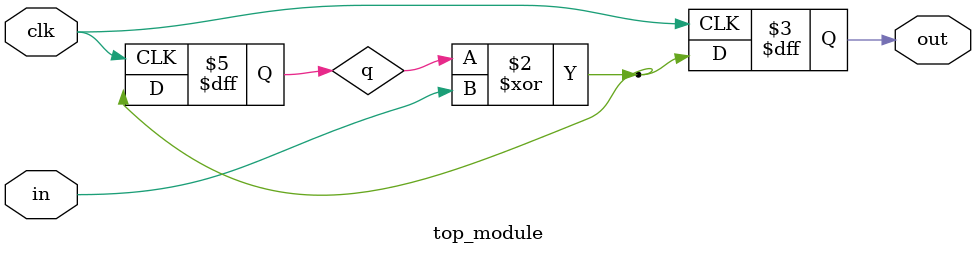
<source format=v>
module top_module (
    input clk,
    input in, 
    output out);
    
    wire [0:0] d,q;
    
    
    always @ (posedge clk) begin
    	d = q^in;
        q = d;
        out = d;
    end

endmodule


</source>
